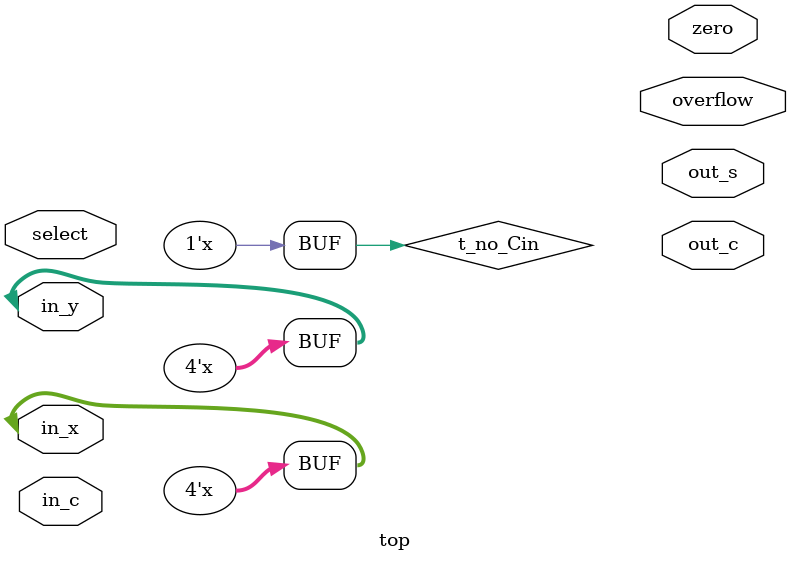
<source format=v>
module top(
        input [2:0] select,
        input in_c,
        input [3:0] in_x,
        input [3:0] in_y,
        output reg [3:0] out_s,
        output reg out_c,
        output reg zero,
        output reg overflow
    );
    wire Cin;
    wire [3:0] A;
    wire [3:0] B;
    wire  [3:0] Result;
    wire  Carry;
    wire  Zero;
    wire  Overflow;

    adder u_adder(
              .Cin(Cin),
              .A(A),
              .B(B),
              .Result(Result),
              .Carry(Carry),
              .Zero(Zero),
              .Overflow(Overflow)
          );

    always @(*) begin
        case(select)
            1'd0: begin
                in_c = 0;
                in_x = in_x;
                in_y = in_y;
            end
            1'd1: begin
                in_c = 1;
                in_x = in_x;
                in_y = {3'b000, in_c} ^ in_y;
                t_no_Cin = {4{in_c}}^in_y;
            end

        endcase
    end

endmodule

</source>
